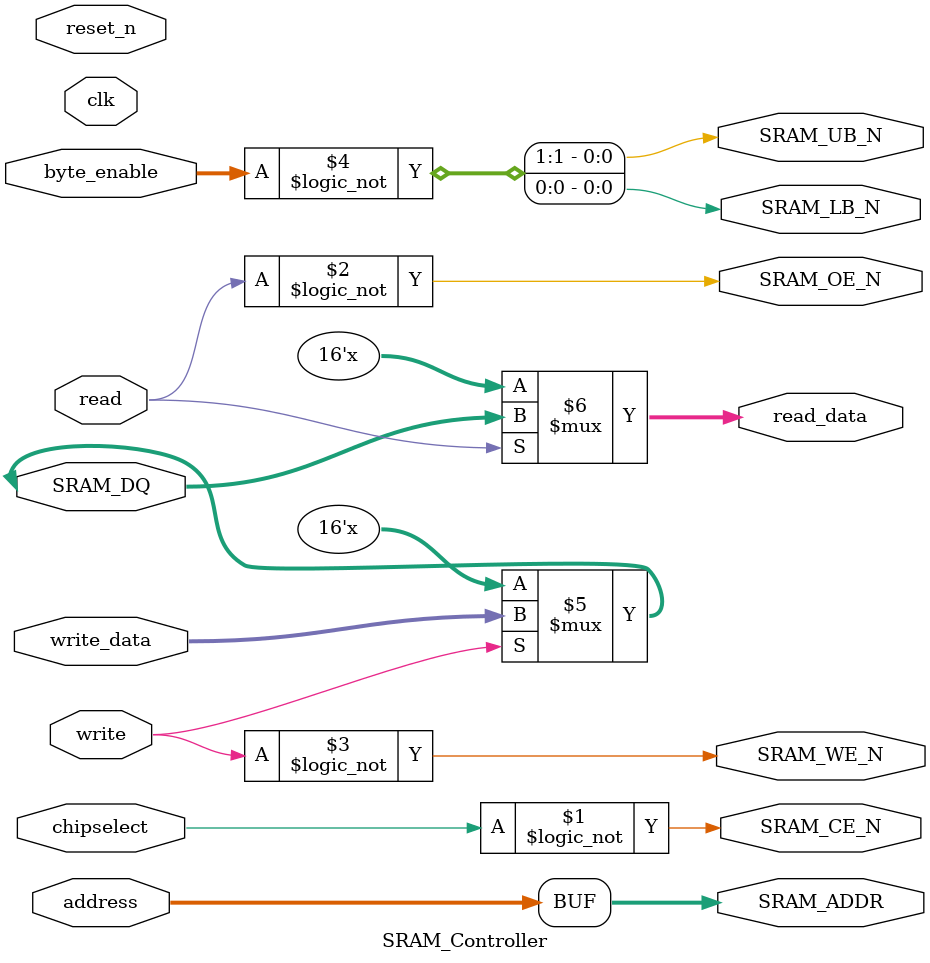
<source format=v>
/*****************************************************************************
 *                                                                           *
 * Module:       SRAM_Controller                                             *
 * Description:                                                              *
 *      This module is used for the sram controller for 3TB4 lab 4           *
 *                                                                           *
 *****************************************************************************/

module SRAM_Controller (
input           clk,
input				 reset_n,
input		[17:0]	address,
input				chipselect,
input		[1:0]	byte_enable,
input				read,
input				write,
input		[15:0]	write_data,

// Bidirectionals
inout		[15:0]	SRAM_DQ,

// Outputs
output		[15:0]	read_data,

output		[17:0]	SRAM_ADDR,

output				SRAM_CE_N,
output				SRAM_WE_N,
output				SRAM_OE_N,
output				SRAM_UB_N,
output				SRAM_LB_N
);

// Add your code here
	assign SRAM_ADDR[17:0] = address[17:0];
	assign SRAM_CE_N = !chipselect;
	assign SRAM_OE_N = !read;
	assign SRAM_WE_N = !write;
	assign {SRAM_UB_N,SRAM_LB_N} = !byte_enable;
	assign SRAM_DQ = (write)?write_data:16'bz;
	assign read_data = (read)?SRAM_DQ:16'bz;


endmodule


</source>
